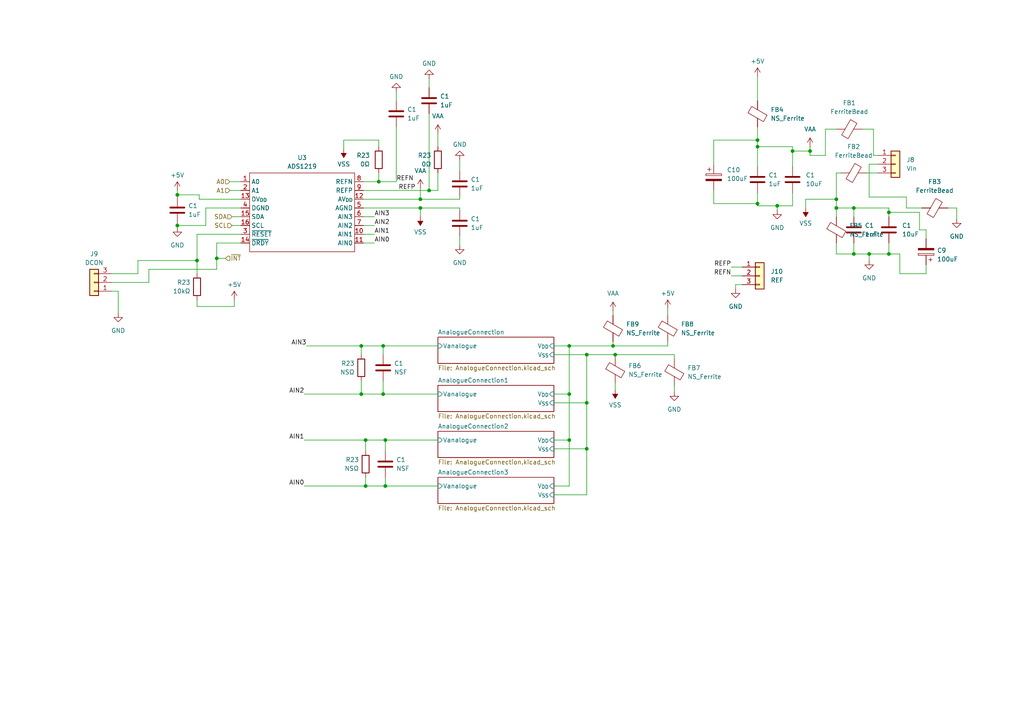
<source format=kicad_sch>
(kicad_sch (version 20230121) (generator eeschema)
  (paper "A4")
  (lib_symbols
    (symbol "ACD_I2C:ADS1219"
      (property "Reference" "U" (at 0 0 0))
      (property "Value" "ADS1219" (at 0 -2.54 0))
      (symbol "ADS1219_0_1"
        (rectangle (start -15.24 10.16) (end 15.24 -12.7))
      )
      (symbol "ADS1219_1_1"
        (pin input line (at -17.78 7.62 0) (length 2.54) (name "A0") (number "1"))
        (pin input line (at 17.78 -7.62 180) (length 2.54) (name "AIN1") (number "10"))
        (pin input line (at 17.78 -10.16 180) (length 2.54) (name "AIN0") (number "11"))
        (pin input line (at 17.78 2.54 180) (length 2.54) (name "AV_{DD}") (number "12"))
        (pin input line (at -17.78 2.54 0) (length 2.54) (name "DV_{DD}") (number "13"))
        (pin input line (at -17.78 -10.16 0) (length 2.54) (name "~{DRDY}") (number "14"))
        (pin input line (at -17.78 -2.54 0) (length 2.54) (name "SDA") (number "15"))
        (pin input line (at -17.78 -5.08 0) (length 2.54) (name "SCL") (number "16"))
        (pin input line (at -17.78 5.08 0) (length 2.54) (name "A1") (number "2"))
        (pin input line (at -17.78 -7.62 0) (length 2.54) (name "~{RESET}") (number "3"))
        (pin input line (at -17.78 0 0) (length 2.54) (name "DGND") (number "4"))
        (pin input line (at 17.78 0 180) (length 2.54) (name "AGND") (number "5"))
        (pin input line (at 17.78 -2.54 180) (length 2.54) (name "AIN3") (number "6"))
        (pin input line (at 17.78 -5.08 180) (length 2.54) (name "AIN2") (number "7"))
        (pin input line (at 17.78 7.62 180) (length 2.54) (name "REFN") (number "8"))
        (pin input line (at 17.78 5.08 180) (length 2.54) (name "REFP") (number "9"))
      )
    )
    (symbol "Connector_Generic:Conn_01x03" (pin_names (offset 1.016) hide)
      (property "Reference" "J" (at 0 5.08 0))
      (property "Value" "Conn_01x03" (at 0 -5.08 0))
      (symbol "Conn_01x03_1_1"
        (rectangle (start -1.27 -2.413) (end 0 -2.667) (stroke (width 0.1524)))
        (rectangle (start -1.27 0.127) (end 0 -0.127) (stroke (width 0.1524)))
        (rectangle (start -1.27 2.667) (end 0 2.413) (stroke (width 0.1524)))
        (rectangle (start -1.27 3.81) (end 1.27 -3.81) (stroke (width 0.254)) (fill (type background)))
        (pin passive line (at -5.08 2.54 0) (length 3.81) (name "Pin_1") (number "1"))
        (pin passive line (at -5.08 0 0) (length 3.81) (name "Pin_2") (number "2"))
        (pin passive line (at -5.08 -2.54 0) (length 3.81) (name "Pin_3") (number "3"))
      )
    )
    (symbol "Device:C" (pin_numbers hide) (pin_names (offset 0.254))
      (property "Reference" "C" (at 0.635 2.54 0))
      (property "Value" "C" (at 0.635 -2.54 0))
      (symbol "C_0_1"
        (polyline (pts (xy -2.032 -0.762) (xy 2.032 -0.762)) (stroke (width 0.508)))
        (polyline (pts (xy -2.032 0.762) (xy 2.032 0.762)) (stroke (width 0.508)))
      )
      (symbol "C_1_1"
        (pin passive line (at 0 3.81 270) (length 2.794) (name "~") (number "1"))
        (pin passive line (at 0 -3.81 90) (length 2.794) (name "~") (number "2"))
      )
    )
    (symbol "Device:C_Polarized" (pin_numbers hide) (pin_names (offset 0.254))
      (property "Reference" "C" (at 0.635 2.54 0))
      (property "Value" "C_Polarized" (at 0.635 -2.54 0))
      (symbol "C_Polarized_0_1"
        (rectangle (start -2.286 0.508) (end 2.286 1.016))
        (polyline (pts (xy -1.778 2.286) (xy -0.762 2.286)))
        (polyline (pts (xy -1.27 2.794) (xy -1.27 1.778)))
        (rectangle (start 2.286 -0.508) (end -2.286 -1.016) (fill (type outline)))
      )
      (symbol "C_Polarized_1_1"
        (pin passive line (at 0 3.81 270) (length 2.794) (name "~") (number "1"))
        (pin passive line (at 0 -3.81 90) (length 2.794) (name "~") (number "2"))
      )
    )
    (symbol "Device:FerriteBead" (pin_numbers hide) (pin_names (offset 0))
      (property "Reference" "FB" (at -3.81 0.635 90))
      (property "Value" "FerriteBead" (at 3.81 0 90))
      (symbol "FerriteBead_0_1"
        (polyline (pts (xy 0 -1.27) (xy 0 -1.2192)))
        (polyline (pts (xy 0 1.27) (xy 0 1.2954)))
        (polyline (pts (xy -2.7686 0.4064) (xy -1.7018 2.2606) (xy 2.7686 -0.3048) (xy 1.6764 -2.159) (xy -2.7686 0.4064)))
      )
      (symbol "FerriteBead_1_1"
        (pin passive line (at 0 3.81 270) (length 2.54) (name "~") (number "1"))
        (pin passive line (at 0 -3.81 90) (length 2.54) (name "~") (number "2"))
      )
    )
    (symbol "Device:R" (pin_numbers hide) (pin_names (offset 0))
      (property "Reference" "R" (at 2.032 0 90))
      (property "Value" "R" (at 0 0 90))
      (symbol "R_0_1"
        (rectangle (start -1.016 -2.54) (end 1.016 2.54) (stroke (width 0.254)))
      )
      (symbol "R_1_1"
        (pin passive line (at 0 3.81 270) (length 1.27) (name "~") (number "1"))
        (pin passive line (at 0 -3.81 90) (length 1.27) (name "~") (number "2"))
      )
    )
    (symbol "power:+5V" (power) (pin_names (offset 0))
      (property "Value" "+5V" (at 0 3.556 0))
      (symbol "+5V_0_1"
        (polyline (pts (xy -0.762 1.27) (xy 0 2.54)))
        (polyline (pts (xy 0 0) (xy 0 2.54)))
        (polyline (pts (xy 0 2.54) (xy 0.762 1.27)))
      )
      (symbol "+5V_1_1"
        (pin power_in line (at 0 0 90) (length 0) hide (name "+5V") (number "1"))
      )
    )
    (symbol "power:GND" (power) (pin_names (offset 0))
      (property "Value" "GND" (at 0 -3.81 0))
      (symbol "GND_0_1"
        (polyline (pts (xy 0 0) (xy 0 -1.27) (xy 1.27 -1.27) (xy 0 -2.54) (xy -1.27 -1.27) (xy 0 -1.27)))
      )
      (symbol "GND_1_1"
        (pin power_in line (at 0 0 270) (length 0) hide (name "GND") (number "1"))
      )
    )
    (symbol "power:VAA" (power) (pin_names (offset 0))
      (property "Value" "VAA" (at 0 3.81 0))
      (symbol "VAA_0_1"
        (polyline (pts (xy -0.762 1.27) (xy 0 2.54)))
        (polyline (pts (xy 0 0) (xy 0 2.54)))
        (polyline (pts (xy 0 2.54) (xy 0.762 1.27)))
      )
      (symbol "VAA_1_1"
        (pin power_in line (at 0 0 90) (length 0) hide (name "VAA") (number "1"))
      )
    )
    (symbol "power:VSS" (power) (pin_names (offset 0))
      (property "Value" "VSS" (at 0 3.81 0))
      (symbol "VSS_0_1"
        (polyline (pts (xy 0 0) (xy 0 2.54)))
        (polyline (pts (xy 0.762 1.27) (xy -0.762 1.27) (xy 0 2.54) (xy 0.762 1.27)) (fill (type outline)))
      )
      (symbol "VSS_1_1"
        (pin power_in line (at 0 0 90) (length 0) hide (name "VSS") (number "1"))
      )
    )
  )
  (junction (at 252.095 73.66))
  (junction (at 219.71 42.545))
  (junction (at 225.425 59.69))
  (junction (at 121.92 57.785))
  (junction (at 62.865 74.93))
  (junction (at 124.46 55.245))
  (junction (at 165.1 114.3))
  (junction (at 257.81 73.66))
  (junction (at 111.125 114.3))
  (junction (at 170.18 130.175))
  (junction (at 57.15 75.565))
  (junction (at 170.18 116.84))
  (junction (at 111.76 140.97))
  (junction (at 106.045 127.635))
  (junction (at 177.8 100.33))
  (junction (at 109.855 52.705))
  (junction (at 229.87 43.815))
  (junction (at 121.92 60.325))
  (junction (at 242.57 60.325))
  (junction (at 51.435 65.405))
  (junction (at 257.81 61.595))
  (junction (at 170.18 102.87))
  (junction (at 51.435 56.515))
  (junction (at 165.1 100.33))
  (junction (at 234.95 43.815))
  (junction (at 219.71 59.055))
  (junction (at 242.57 57.785))
  (junction (at 178.435 102.87))
  (junction (at 247.65 60.325))
  (junction (at 219.71 40.64))
  (junction (at 104.775 114.3))
  (junction (at 247.65 73.66))
  (junction (at 111.125 100.33))
  (junction (at 111.76 127.635))
  (junction (at 106.045 140.97))
  (junction (at 165.1 127.635))
  (junction (at 104.775 100.33))
  (wire (pts (xy 160.655 143.51) (xy 170.18 143.51)))
  (wire (pts (xy 242.57 57.785) (xy 242.57 60.325)))
  (wire (pts (xy 254.635 45.085) (xy 253.365 45.085)))
  (wire (pts (xy 219.71 42.545) (xy 219.71 48.26)))
  (wire (pts (xy 66.675 52.705) (xy 69.85 52.705)))
  (wire (pts (xy 111.125 114.3) (xy 127 114.3)))
  (wire (pts (xy 225.425 59.69) (xy 225.425 60.96)))
  (wire (pts (xy 229.87 43.815) (xy 229.87 48.26)))
  (wire (pts (xy 247.65 60.325) (xy 247.65 62.865)))
  (wire (pts (xy 219.71 42.545) (xy 229.87 42.545)))
  (wire (pts (xy 105.41 60.325) (xy 121.92 60.325)))
  (wire (pts (xy 40.005 79.375) (xy 40.005 75.565)))
  (wire (pts (xy 170.18 102.87) (xy 178.435 102.87)))
  (wire (pts (xy 88.265 140.97) (xy 106.045 140.97)))
  (wire (pts (xy 219.71 36.83) (xy 219.71 40.64)))
  (wire (pts (xy 242.57 60.325) (xy 247.65 60.325)))
  (wire (pts (xy 121.92 60.325) (xy 121.92 62.865)))
  (wire (pts (xy 67.945 86.995) (xy 67.945 88.9)))
  (wire (pts (xy 219.71 22.225) (xy 219.71 29.21)))
  (wire (pts (xy 105.41 67.945) (xy 108.585 67.945)))
  (wire (pts (xy 66.675 55.245) (xy 69.85 55.245)))
  (wire (pts (xy 57.15 79.375) (xy 57.15 75.565)))
  (wire (pts (xy 51.435 65.405) (xy 59.69 65.405)))
  (wire (pts (xy 57.785 56.515) (xy 57.785 57.785)))
  (wire (pts (xy 268.605 79.375) (xy 260.985 79.375)))
  (wire (pts (xy 266.7 66.675) (xy 268.605 66.675)))
  (wire (pts (xy 219.71 59.69) (xy 225.425 59.69)))
  (wire (pts (xy 242.57 50.165) (xy 242.57 57.785)))
  (wire (pts (xy 252.095 47.625) (xy 252.095 57.15)))
  (wire (pts (xy 62.865 70.485) (xy 69.85 70.485)))
  (wire (pts (xy 242.57 73.66) (xy 247.65 73.66)))
  (wire (pts (xy 253.365 45.085) (xy 253.365 37.465)))
  (wire (pts (xy 111.76 127.635) (xy 127 127.635)))
  (wire (pts (xy 242.57 70.485) (xy 242.57 73.66)))
  (wire (pts (xy 43.18 78.105) (xy 43.18 81.915)))
  (wire (pts (xy 242.57 50.165) (xy 243.84 50.165)))
  (wire (pts (xy 88.265 127.635) (xy 106.045 127.635)))
  (wire (pts (xy 207.01 47.625) (xy 207.01 40.64)))
  (wire (pts (xy 165.1 100.33) (xy 177.8 100.33)))
  (wire (pts (xy 62.865 74.93) (xy 65.405 74.93)))
  (wire (pts (xy 57.15 88.9) (xy 67.945 88.9)))
  (wire (pts (xy 178.435 102.87) (xy 178.435 103.505)))
  (wire (pts (xy 274.955 60.325) (xy 277.495 60.325)))
  (wire (pts (xy 105.41 55.245) (xy 124.46 55.245)))
  (wire (pts (xy 165.1 100.33) (xy 165.1 114.3)))
  (wire (pts (xy 165.1 127.635) (xy 160.655 127.635)))
  (wire (pts (xy 247.65 73.66) (xy 252.095 73.66)))
  (wire (pts (xy 57.785 57.785) (xy 69.85 57.785)))
  (wire (pts (xy 127 50.165) (xy 127 55.245)))
  (wire (pts (xy 51.435 56.515) (xy 57.785 56.515)))
  (wire (pts (xy 252.095 73.66) (xy 252.095 75.565)))
  (wire (pts (xy 234.95 42.545) (xy 234.95 43.815)))
  (wire (pts (xy 114.935 36.83) (xy 114.935 52.705)))
  (wire (pts (xy 247.65 60.325) (xy 257.81 60.325)))
  (wire (pts (xy 111.76 127.635) (xy 111.76 130.81)))
  (wire (pts (xy 229.87 55.88) (xy 229.87 59.69)))
  (wire (pts (xy 213.36 83.82) (xy 213.36 82.55)))
  (wire (pts (xy 165.1 114.3) (xy 165.1 127.635)))
  (wire (pts (xy 106.045 140.97) (xy 111.76 140.97)))
  (wire (pts (xy 207.01 55.245) (xy 207.01 59.055)))
  (wire (pts (xy 233.68 60.325) (xy 233.68 57.785)))
  (wire (pts (xy 121.92 60.325) (xy 133.35 60.325)))
  (wire (pts (xy 57.15 88.9) (xy 57.15 86.995)))
  (wire (pts (xy 99.695 40.64) (xy 109.855 40.64)))
  (wire (pts (xy 62.865 78.105) (xy 43.18 78.105)))
  (wire (pts (xy 257.81 73.66) (xy 257.81 70.485)))
  (wire (pts (xy 207.01 59.055) (xy 219.71 59.055)))
  (wire (pts (xy 252.095 73.66) (xy 257.81 73.66)))
  (wire (pts (xy 121.92 57.785) (xy 121.92 54.61)))
  (wire (pts (xy 266.7 61.595) (xy 266.7 66.675)))
  (wire (pts (xy 233.68 57.785) (xy 242.57 57.785)))
  (wire (pts (xy 133.35 57.785) (xy 133.35 57.15)))
  (wire (pts (xy 234.95 43.815) (xy 234.95 45.085)))
  (wire (pts (xy 105.41 52.705) (xy 109.855 52.705)))
  (wire (pts (xy 106.045 127.635) (xy 111.76 127.635)))
  (wire (pts (xy 177.8 90.17) (xy 177.8 91.44)))
  (wire (pts (xy 242.57 37.465) (xy 239.395 37.465)))
  (wire (pts (xy 262.89 57.15) (xy 262.89 60.325)))
  (wire (pts (xy 229.87 42.545) (xy 229.87 43.815)))
  (wire (pts (xy 127 38.735) (xy 127 42.545)))
  (wire (pts (xy 254.635 47.625) (xy 252.095 47.625)))
  (wire (pts (xy 170.18 130.175) (xy 170.18 116.84)))
  (wire (pts (xy 195.58 102.87) (xy 195.58 104.14)))
  (wire (pts (xy 59.69 60.325) (xy 69.85 60.325)))
  (wire (pts (xy 229.87 43.815) (xy 234.95 43.815)))
  (wire (pts (xy 105.41 57.785) (xy 121.92 57.785)))
  (wire (pts (xy 32.385 79.375) (xy 40.005 79.375)))
  (wire (pts (xy 225.425 59.69) (xy 229.87 59.69)))
  (wire (pts (xy 104.775 100.33) (xy 104.775 102.87)))
  (wire (pts (xy 260.985 79.375) (xy 260.985 73.66)))
  (wire (pts (xy 111.125 100.33) (xy 127 100.33)))
  (wire (pts (xy 106.045 127.635) (xy 106.045 130.81)))
  (wire (pts (xy 257.81 73.66) (xy 260.985 73.66)))
  (wire (pts (xy 67.31 62.865) (xy 69.85 62.865)))
  (wire (pts (xy 57.15 75.565) (xy 57.15 67.945)))
  (wire (pts (xy 239.395 45.085) (xy 234.95 45.085)))
  (wire (pts (xy 51.435 56.515) (xy 51.435 57.15)))
  (wire (pts (xy 88.265 114.3) (xy 104.775 114.3)))
  (wire (pts (xy 212.09 77.47) (xy 215.265 77.47)))
  (wire (pts (xy 252.095 57.15) (xy 262.89 57.15)))
  (wire (pts (xy 32.385 84.455) (xy 34.29 84.455)))
  (wire (pts (xy 40.005 75.565) (xy 57.15 75.565)))
  (wire (pts (xy 239.395 37.465) (xy 239.395 45.085)))
  (wire (pts (xy 124.46 22.86) (xy 124.46 25.4)))
  (wire (pts (xy 212.09 80.01) (xy 215.265 80.01)))
  (wire (pts (xy 160.655 102.87) (xy 170.18 102.87)))
  (wire (pts (xy 99.695 43.18) (xy 99.695 40.64)))
  (wire (pts (xy 253.365 37.465) (xy 250.19 37.465)))
  (wire (pts (xy 109.855 52.705) (xy 114.935 52.705)))
  (wire (pts (xy 51.435 55.245) (xy 51.435 56.515)))
  (wire (pts (xy 219.71 40.64) (xy 219.71 42.545)))
  (wire (pts (xy 177.8 100.33) (xy 193.675 100.33)))
  (wire (pts (xy 213.36 82.55) (xy 215.265 82.55)))
  (wire (pts (xy 111.76 140.97) (xy 127 140.97)))
  (wire (pts (xy 165.1 114.3) (xy 160.655 114.3)))
  (wire (pts (xy 207.01 40.64) (xy 219.71 40.64)))
  (wire (pts (xy 165.1 127.635) (xy 165.1 140.97)))
  (wire (pts (xy 34.29 84.455) (xy 34.29 90.805)))
  (wire (pts (xy 219.71 59.055) (xy 219.71 59.69)))
  (wire (pts (xy 219.71 55.88) (xy 219.71 59.055)))
  (wire (pts (xy 268.605 66.675) (xy 268.605 69.215)))
  (wire (pts (xy 104.775 100.33) (xy 111.125 100.33)))
  (wire (pts (xy 104.775 110.49) (xy 104.775 114.3)))
  (wire (pts (xy 124.46 33.02) (xy 124.46 55.245)))
  (wire (pts (xy 257.81 61.595) (xy 257.81 62.865)))
  (wire (pts (xy 242.57 60.325) (xy 242.57 62.865)))
  (wire (pts (xy 51.435 64.77) (xy 51.435 65.405)))
  (wire (pts (xy 257.81 61.595) (xy 266.7 61.595)))
  (wire (pts (xy 178.435 102.87) (xy 195.58 102.87)))
  (wire (pts (xy 104.775 114.3) (xy 111.125 114.3)))
  (wire (pts (xy 62.865 74.93) (xy 62.865 70.485)))
  (wire (pts (xy 105.41 62.865) (xy 108.585 62.865)))
  (wire (pts (xy 111.125 110.49) (xy 111.125 114.3)))
  (wire (pts (xy 160.655 130.175) (xy 170.18 130.175)))
  (wire (pts (xy 165.1 140.97) (xy 160.655 140.97)))
  (wire (pts (xy 105.41 65.405) (xy 108.585 65.405)))
  (wire (pts (xy 106.045 138.43) (xy 106.045 140.97)))
  (wire (pts (xy 257.81 60.325) (xy 257.81 61.595)))
  (wire (pts (xy 32.385 81.915) (xy 43.18 81.915)))
  (wire (pts (xy 170.18 116.84) (xy 170.18 102.87)))
  (wire (pts (xy 170.18 143.51) (xy 170.18 130.175)))
  (wire (pts (xy 51.435 65.405) (xy 51.435 66.04)))
  (wire (pts (xy 268.605 76.835) (xy 268.605 79.375)))
  (wire (pts (xy 160.655 116.84) (xy 170.18 116.84)))
  (wire (pts (xy 109.855 50.165) (xy 109.855 52.705)))
  (wire (pts (xy 177.8 100.33) (xy 177.8 99.06)))
  (wire (pts (xy 160.655 100.33) (xy 165.1 100.33)))
  (wire (pts (xy 67.31 65.405) (xy 69.85 65.405)))
  (wire (pts (xy 133.35 68.58) (xy 133.35 71.12)))
  (wire (pts (xy 195.58 111.76) (xy 195.58 113.665)))
  (wire (pts (xy 88.9 100.33) (xy 104.775 100.33)))
  (wire (pts (xy 178.435 111.125) (xy 178.435 113.03)))
  (wire (pts (xy 62.865 78.105) (xy 62.865 74.93)))
  (wire (pts (xy 124.46 55.245) (xy 127 55.245)))
  (wire (pts (xy 57.15 67.945) (xy 69.85 67.945)))
  (wire (pts (xy 59.69 65.405) (xy 59.69 60.325)))
  (wire (pts (xy 193.675 89.535) (xy 193.675 91.44)))
  (wire (pts (xy 121.92 57.785) (xy 133.35 57.785)))
  (wire (pts (xy 133.35 46.355) (xy 133.35 49.53)))
  (wire (pts (xy 105.41 70.485) (xy 108.585 70.485)))
  (wire (pts (xy 114.935 26.67) (xy 114.935 29.21)))
  (wire (pts (xy 262.89 60.325) (xy 267.335 60.325)))
  (wire (pts (xy 277.495 60.325) (xy 277.495 63.5)))
  (wire (pts (xy 193.675 100.33) (xy 193.675 99.06)))
  (wire (pts (xy 109.855 40.64) (xy 109.855 42.545)))
  (wire (pts (xy 251.46 50.165) (xy 254.635 50.165)))
  (wire (pts (xy 111.125 100.33) (xy 111.125 102.87)))
  (wire (pts (xy 133.35 60.96) (xy 133.35 60.325)))
  (wire (pts (xy 111.76 138.43) (xy 111.76 140.97)))
  (wire (pts (xy 247.65 70.485) (xy 247.65 73.66)))
  (label "REFP" (at 115.57 55.245 0))
  (label "REFN" (at 212.09 80.01 180))
  (label "AIN1" (at 88.265 127.635 180))
  (label "AIN2" (at 88.265 114.3 180))
  (label "REFP" (at 212.09 77.47 180))
  (label "AIN0" (at 88.265 140.97 180))
  (label "AIN2" (at 108.585 65.405 0))
  (label "AIN1" (at 108.585 67.945 0))
  (label "AIN3" (at 88.9 100.33 180))
  (label "REFN" (at 114.935 52.705 0))
  (label "AIN0" (at 108.585 70.485 0))
  (label "AIN3" (at 108.585 62.865 0))
  (hierarchical_label "~{INT}" (shape input) (at 65.405 74.93 0))
  (hierarchical_label "SDA" (shape input) (at 67.31 62.865 180))
  (hierarchical_label "A1" (shape input) (at 66.675 55.245 180))
  (hierarchical_label "A0" (shape input) (at 66.675 52.705 180))
  (hierarchical_label "SCL" (shape input) (at 67.31 65.405 180))
  (symbol (lib_id "ACD_I2C:ADS1219") (at 87.63 60.325 0) (unit 1)
    (property "Reference" "U3" (at 87.63 45.72 0))
    (property "Value" "ADS1219" (at 87.63 48.26 0))
    (property "Footprint" "Package_SO:TSSOP-16_4.4x5mm_P0.65mm" (effects hide))
  )
  (symbol (lib_id "power:+5V") (at 67.945 86.995 0) (unit 1)
    (property "Reference" "#PWR036" (effects hide))
    (property "Value" "+5V" (at 67.945 82.55 0))
  )
  (symbol (lib_id "Device:C_Polarized") (at 207.01 51.435 0) (unit 1)
    (property "Reference" "C10" (at 210.82 49.276 0) (effects (justify left)))
    (property "Value" "100uF" (at 210.82 51.816 0) (effects (justify left)))
    (property "Footprint" "Capacitor_SMD:CP_Elec_8x11.9" (effects hide))
  )
  (symbol (lib_id "Connector_Generic:Conn_01x03") (at 220.345 80.01 0) (unit 1)
    (property "Reference" "J10" (at 223.52 78.74 0) (effects (justify left)))
    (property "Value" "REF" (at 223.52 81.28 0) (effects (justify left)))
    (property "Footprint" "Connector_PinHeader_2.54mm:PinHeader_1x03_P2.54mm_Vertical" (effects hide))
  )
  (symbol (lib_id "power:GND") (at 51.435 66.04 0) (unit 1)
    (property "Reference" "#PWR035" (effects hide))
    (property "Value" "GND" (at 51.435 71.12 0))
  )
  (symbol (lib_id "Device:FerriteBead") (at 246.38 37.465 90) (unit 1)
    (property "Reference" "FB1" (at 246.3292 29.845 90))
    (property "Value" "FerriteBead" (at 246.3292 32.385 90))
    (property "Footprint" "Inductor_SMD:L_0805_2012Metric" (effects hide))
  )
  (symbol (lib_id "power:GND") (at 213.36 83.82 0) (unit 1)
    (property "Reference" "#PWR042" (effects hide))
    (property "Value" "GND" (at 213.36 88.9 0))
  )
  (symbol (lib_id "Device:C") (at 257.81 66.675 0) (unit 1)
    (property "Reference" "C1" (at 261.62 65.405 0) (effects (justify left)))
    (property "Value" "10uF" (at 261.62 67.945 0) (effects (justify left)))
    (property "Footprint" "Capacitor_SMD:C_0805_2012Metric" (effects hide))
    (instances (project "ADS1219Module" (path "" (reference "C1") (unit 1)) (path "" (reference "C3") (unit 1)) (path "" (reference "C6") (unit 1))))
  )
  (symbol (lib_id "Device:C") (at 229.87 52.07 0) (unit 1)
    (property "Reference" "C1" (at 233.68 50.8 0) (effects (justify left)))
    (property "Value" "10uF" (at 233.68 53.34 0) (effects (justify left)))
    (property "Footprint" "Capacitor_SMD:C_0805_2012Metric" (effects hide))
    (instances (project "ADS1219Module" (path "" (reference "C1") (unit 1)) (path "" (reference "C3") (unit 1)) (path "" (reference "C8") (unit 1))))
  )
  (symbol (lib_id "power:VSS") (at 178.435 113.03 180) (unit 1)
    (property "Reference" "#PWR047" (effects hide))
    (property "Value" "VSS" (at 178.435 117.475 0))
  )
  (symbol (lib_id "power:+5V") (at 193.675 89.535 0) (unit 1)
    (property "Reference" "#PWR049" (effects hide))
    (property "Value" "+5V" (at 193.675 85.09 0))
  )
  (symbol (lib_id "power:VAA") (at 121.92 54.61 0) (unit 1)
    (property "Reference" "#PWR031" (effects hide))
    (property "Value" "VAA" (at 121.92 49.53 0))
  )
  (symbol (lib_id "power:VAA") (at 234.95 42.545 0) (unit 1)
    (property "Reference" "#PWR024" (effects hide))
    (property "Value" "VAA" (at 234.95 37.465 0))
  )
  (symbol (lib_id "power:VSS") (at 121.92 62.865 180) (unit 1)
    (property "Reference" "#PWR030" (effects hide))
    (property "Value" "VSS" (at 121.92 67.31 0))
  )
  (symbol (lib_id "Device:R") (at 57.15 83.185 0) (mirror x) (unit 1)
    (property "Reference" "R23" (at 55.245 81.915 0) (effects (justify right)))
    (property "Value" "10kΩ" (at 55.245 84.455 0) (effects (justify right)))
    (property "Footprint" "Resistor_SMD:R_0805_2012Metric" (effects hide))
    (instances (project "ADS1219Module" (path "" (reference "R23") (unit 1)) (path "" (reference "R4") (unit 1)) (path "" (reference "R14") (unit 1))))
  )
  (symbol (lib_id "Device:C") (at 114.935 33.02 0) (unit 1)
    (property "Reference" "C1" (at 118.11 31.75 0) (effects (justify left)))
    (property "Value" "1uF" (at 118.11 34.29 0) (effects (justify left)))
    (property "Footprint" "Capacitor_SMD:C_0805_2012Metric" (effects hide))
    (instances (project "ADS1219Module" (path "" (reference "C1") (unit 1)) (path "" (reference "C3") (unit 1)) (path "" (reference "C14") (unit 1))))
  )
  (symbol (lib_id "Device:C") (at 111.125 106.68 0) (unit 1)
    (property "Reference" "C1" (at 114.3 105.41 0) (effects (justify left)))
    (property "Value" "NSF" (at 114.3 107.95 0) (effects (justify left)))
    (property "Footprint" "Capacitor_SMD:C_0805_2012Metric" (effects hide))
    (instances (project "ADS1219Module" (path "" (reference "C1") (unit 1)) (path "" (reference "C3") (unit 1)) (path "" (reference "C20") (unit 1))))
  )
  (symbol (lib_id "Device:FerriteBead") (at 242.57 66.675 180) (unit 1)
    (property "Reference" "FB5" (at 246.38 65.4558 0) (effects (justify right)))
    (property "Value" "NS_Ferrite" (at 246.38 67.9958 0) (effects (justify right)))
    (property "Footprint" "Inductor_SMD:L_0805_2012Metric" (effects hide))
  )
  (symbol (lib_id "Device:FerriteBead") (at 195.58 107.95 180) (unit 1)
    (property "Reference" "FB7" (at 199.39 106.7308 0) (effects (justify right)))
    (property "Value" "NS_Ferrite" (at 199.39 109.2708 0) (effects (justify right)))
    (property "Footprint" "Inductor_SMD:L_0805_2012Metric" (effects hide))
  )
  (symbol (lib_id "Device:C") (at 124.46 29.21 0) (unit 1)
    (property "Reference" "C1" (at 127.635 27.94 0) (effects (justify left)))
    (property "Value" "1uF" (at 127.635 30.48 0) (effects (justify left)))
    (property "Footprint" "Capacitor_SMD:C_0805_2012Metric" (effects hide))
    (instances (project "ADS1219Module" (path "" (reference "C1") (unit 1)) (path "" (reference "C3") (unit 1)) (path "" (reference "C15") (unit 1))))
  )
  (symbol (lib_id "power:GND") (at 34.29 90.805 0) (unit 1)
    (property "Reference" "#PWR037" (effects hide))
    (property "Value" "GND" (at 34.29 95.885 0))
  )
  (symbol (lib_id "Connector_Generic:Conn_01x03") (at 27.305 81.915 180) (unit 1)
    (property "Reference" "J9" (at 27.305 73.66 0))
    (property "Value" "DCON" (at 27.305 76.2 0))
    (property "Footprint" "Connector_PinHeader_2.54mm:PinHeader_1x03_P2.54mm_Vertical" (effects hide))
  )
  (symbol (lib_id "power:VAA") (at 177.8 90.17 0) (unit 1)
    (property "Reference" "#PWR048" (effects hide))
    (property "Value" "VAA" (at 177.8 85.09 0))
  )
  (symbol (lib_id "Connector_Generic:Conn_01x03") (at 259.715 47.625 0) (unit 1)
    (property "Reference" "J8" (at 262.89 46.355 0) (effects (justify left)))
    (property "Value" "VIn" (at 262.89 48.895 0) (effects (justify left)))
    (property "Footprint" "TerminalBlock:TerminalBlock_bornier-3_P5.08mm" (effects hide))
  )
  (symbol (lib_id "power:VAA") (at 127 38.735 0) (unit 1)
    (property "Reference" "#PWR040" (effects hide))
    (property "Value" "VAA" (at 127 33.655 0))
  )
  (symbol (lib_id "power:GND") (at 133.35 46.355 180) (unit 1)
    (property "Reference" "#PWR032" (effects hide))
    (property "Value" "GND" (at 133.35 41.91 0))
  )
  (symbol (lib_id "Device:C_Polarized") (at 268.605 73.025 180) (unit 1)
    (property "Reference" "C9" (at 271.78 72.644 0) (effects (justify right)))
    (property "Value" "100uF" (at 271.78 75.184 0) (effects (justify right)))
    (property "Footprint" "Capacitor_SMD:CP_Elec_8x11.9" (effects hide))
  )
  (symbol (lib_id "Device:C") (at 111.76 134.62 0) (unit 1)
    (property "Reference" "C1" (at 114.935 133.35 0) (effects (justify left)))
    (property "Value" "NSF" (at 114.935 135.89 0) (effects (justify left)))
    (property "Footprint" "Capacitor_SMD:C_0805_2012Metric" (effects hide))
    (instances (project "ADS1219Module" (path "" (reference "C1") (unit 1)) (path "" (reference "C3") (unit 1)) (path "" (reference "C21") (unit 1))))
  )
  (symbol (lib_id "Device:FerriteBead") (at 271.145 60.325 90) (unit 1)
    (property "Reference" "FB3" (at 271.0942 52.705 90))
    (property "Value" "FerriteBead" (at 271.0942 55.245 90))
    (property "Footprint" "Inductor_SMD:L_0805_2012Metric" (effects hide))
  )
  (symbol (lib_id "Device:R") (at 109.855 46.355 0) (mirror x) (unit 1)
    (property "Reference" "R23" (at 107.315 45.085 0) (effects (justify right)))
    (property "Value" "0Ω" (at 107.315 47.625 0) (effects (justify right)))
    (property "Footprint" "Resistor_SMD:R_0805_2012Metric" (effects hide))
    (instances (project "ADS1219Module" (path "" (reference "R23") (unit 1)) (path "" (reference "R4") (unit 1)) (path "" (reference "R16") (unit 1))))
  )
  (symbol (lib_id "power:GND") (at 133.35 71.12 0) (unit 1)
    (property "Reference" "#PWR033" (effects hide))
    (property "Value" "GND" (at 133.35 76.2 0))
  )
  (symbol (lib_id "Device:FerriteBead") (at 247.65 50.165 90) (unit 1)
    (property "Reference" "FB2" (at 247.5992 42.545 90))
    (property "Value" "FerriteBead" (at 247.5992 45.085 90))
    (property "Footprint" "Inductor_SMD:L_0805_2012Metric" (effects hide))
  )
  (symbol (lib_id "power:GND") (at 277.495 63.5 0) (unit 1)
    (property "Reference" "#PWR027" (effects hide))
    (property "Value" "GND" (at 277.495 68.58 0))
  )
  (symbol (lib_id "power:GND") (at 225.425 60.96 0) (unit 1)
    (property "Reference" "#PWR029" (effects hide))
    (property "Value" "GND" (at 225.425 66.04 0))
  )
  (symbol (lib_id "power:GND") (at 124.46 22.86 180) (unit 1)
    (property "Reference" "#PWR041" (effects hide))
    (property "Value" "GND" (at 124.46 18.415 0))
  )
  (symbol (lib_id "Device:C") (at 133.35 53.34 0) (unit 1)
    (property "Reference" "C1" (at 136.525 52.07 0) (effects (justify left)))
    (property "Value" "1uF" (at 136.525 54.61 0) (effects (justify left)))
    (property "Footprint" "Capacitor_SMD:C_0805_2012Metric" (effects hide))
    (instances (project "ADS1219Module" (path "" (reference "C1") (unit 1)) (path "" (reference "C3") (unit 1)) (path "" (reference "C11") (unit 1))))
  )
  (symbol (lib_id "power:+5V") (at 51.435 55.245 0) (unit 1)
    (property "Reference" "#PWR034" (effects hide))
    (property "Value" "+5V" (at 51.435 50.8 0))
  )
  (symbol (lib_id "Device:FerriteBead") (at 193.675 95.25 180) (unit 1)
    (property "Reference" "FB8" (at 197.485 94.0308 0) (effects (justify right)))
    (property "Value" "NS_Ferrite" (at 197.485 96.5708 0) (effects (justify right)))
    (property "Footprint" "Inductor_SMD:L_0805_2012Metric" (effects hide))
  )
  (symbol (lib_id "Device:C") (at 219.71 52.07 0) (unit 1)
    (property "Reference" "C1" (at 222.885 50.8 0) (effects (justify left)))
    (property "Value" "1uF" (at 222.885 53.34 0) (effects (justify left)))
    (property "Footprint" "Capacitor_SMD:C_0805_2012Metric" (effects hide))
    (instances (project "ADS1219Module" (path "" (reference "C1") (unit 1)) (path "" (reference "C3") (unit 1)) (path "" (reference "C7") (unit 1))))
  )
  (symbol (lib_id "power:GND") (at 114.935 26.67 180) (unit 1)
    (property "Reference" "#PWR039" (effects hide))
    (property "Value" "GND" (at 114.935 22.225 0))
  )
  (symbol (lib_id "power:+5V") (at 219.71 22.225 0) (unit 1)
    (property "Reference" "#PWR028" (effects hide))
    (property "Value" "+5V" (at 219.71 17.78 0))
  )
  (symbol (lib_id "power:GND") (at 195.58 113.665 0) (unit 1)
    (property "Reference" "#PWR050" (effects hide))
    (property "Value" "GND" (at 195.58 118.745 0))
  )
  (symbol (lib_id "power:GND") (at 252.095 75.565 0) (unit 1)
    (property "Reference" "#PWR026" (effects hide))
    (property "Value" "GND" (at 252.095 80.645 0))
  )
  (symbol (lib_id "power:VSS") (at 233.68 60.325 180) (unit 1)
    (property "Reference" "#PWR025" (effects hide))
    (property "Value" "VSS" (at 233.68 64.77 0))
  )
  (symbol (lib_id "Device:C") (at 51.435 60.96 0) (unit 1)
    (property "Reference" "C1" (at 54.61 59.69 0) (effects (justify left)))
    (property "Value" "1uF" (at 54.61 62.23 0) (effects (justify left)))
    (property "Footprint" "Capacitor_SMD:C_0805_2012Metric" (effects hide))
    (instances (project "ADS1219Module" (path "" (reference "C1") (unit 1)) (path "" (reference "C3") (unit 1)) (path "" (reference "C13") (unit 1))))
  )
  (symbol (lib_id "power:VSS") (at 99.695 43.18 180) (unit 1)
    (property "Reference" "#PWR038" (effects hide))
    (property "Value" "VSS" (at 99.695 47.625 0))
  )
  (symbol (lib_id "Device:FerriteBead") (at 219.71 33.02 180) (unit 1)
    (property "Reference" "FB4" (at 223.52 31.8008 0) (effects (justify right)))
    (property "Value" "NS_Ferrite" (at 223.52 34.3408 0) (effects (justify right)))
    (property "Footprint" "Inductor_SMD:L_0805_2012Metric" (effects hide))
  )
  (symbol (lib_id "Device:C") (at 247.65 66.675 0) (unit 1)
    (property "Reference" "C1" (at 250.825 65.405 0) (effects (justify left)))
    (property "Value" "1uF" (at 250.825 67.945 0) (effects (justify left)))
    (property "Footprint" "Capacitor_SMD:C_0805_2012Metric" (effects hide))
    (instances (project "ADS1219Module" (path "" (reference "C1") (unit 1)) (path "" (reference "C3") (unit 1)) (path "" (reference "C5") (unit 1))))
  )
  (symbol (lib_id "Device:R") (at 106.045 134.62 0) (mirror x) (unit 1)
    (property "Reference" "R23" (at 104.14 133.35 0) (effects (justify right)))
    (property "Value" "NSΩ" (at 104.14 135.89 0) (effects (justify right)))
    (property "Footprint" "Resistor_SMD:R_0805_2012Metric" (effects hide))
    (instances (project "ADS1219Module" (path "" (reference "R23") (unit 1)) (path "" (reference "R4") (unit 1)) (path "" (reference "R31") (unit 1))))
  )
  (symbol (lib_id "Device:FerriteBead") (at 178.435 107.315 180) (unit 1)
    (property "Reference" "FB6" (at 182.245 106.0958 0) (effects (justify right)))
    (property "Value" "NS_Ferrite" (at 182.245 108.6358 0) (effects (justify right)))
    (property "Footprint" "Inductor_SMD:L_0805_2012Metric" (effects hide))
  )
  (symbol (lib_id "Device:R") (at 127 46.355 0) (mirror x) (unit 1)
    (property "Reference" "R23" (at 125.095 45.085 0) (effects (justify right)))
    (property "Value" "0Ω" (at 125.095 47.625 0) (effects (justify right)))
    (property "Footprint" "Resistor_SMD:R_0805_2012Metric" (effects hide))
    (instances (project "ADS1219Module" (path "" (reference "R23") (unit 1)) (path "" (reference "R4") (unit 1)) (path "" (reference "R18") (unit 1))))
  )
  (symbol (lib_id "Device:C") (at 133.35 64.77 0) (unit 1)
    (property "Reference" "C1" (at 136.525 63.5 0) (effects (justify left)))
    (property "Value" "1uF" (at 136.525 66.04 0) (effects (justify left)))
    (property "Footprint" "Capacitor_SMD:C_0805_2012Metric" (effects hide))
    (instances (project "ADS1219Module" (path "" (reference "C1") (unit 1)) (path "" (reference "C3") (unit 1)) (path "" (reference "C12") (unit 1))))
  )
  (symbol (lib_id "Device:FerriteBead") (at 177.8 95.25 180) (unit 1)
    (property "Reference" "FB9" (at 181.61 94.0308 0) (effects (justify right)))
    (property "Value" "NS_Ferrite" (at 181.61 96.5708 0) (effects (justify right)))
    (property "Footprint" "Inductor_SMD:L_0805_2012Metric" (effects hide))
  )
  (symbol (lib_id "Device:R") (at 104.775 106.68 0) (mirror x) (unit 1)
    (property "Reference" "R23" (at 102.87 105.41 0) (effects (justify right)))
    (property "Value" "NSΩ" (at 102.87 107.95 0) (effects (justify right)))
    (property "Footprint" "Resistor_SMD:R_0805_2012Metric" (effects hide))
    (instances (project "ADS1219Module" (path "" (reference "R23") (unit 1)) (path "" (reference "R4") (unit 1)) (path "" (reference "R30") (unit 1))))
  )
  (sheet (at 127 138.43) (size 33.655 7.62) (stroke (width 0.1524))
    (property "Sheetname" "AnalogueConnection3" (at 127 137.7184 0) (effects (justify left bottom)))
    (property "Sheetfile" "AnalogueConnection.kicad_sch" (at 127 146.6346 0) (effects (justify left top)))
    (pin "V_{SS}" input (at 160.655 143.51 0))
    (pin "V_{DD}" input (at 160.655 140.97 0))
    (pin "Vanalogue" input (at 127 140.97 180))
  )
  (sheet (at 127 111.76) (size 33.655 7.62) (stroke (width 0.1524))
    (property "Sheetname" "AnalogueConnection1" (at 127 111.0484 0) (effects (justify left bottom)))
    (property "Sheetfile" "AnalogueConnection.kicad_sch" (at 127 119.9646 0) (effects (justify left top)))
    (pin "V_{SS}" input (at 160.655 116.84 0))
    (pin "V_{DD}" input (at 160.655 114.3 0))
    (pin "Vanalogue" input (at 127 114.3 180))
  )
  (sheet (at 127 97.79) (size 33.655 7.62) (stroke (width 0.1524))
    (property "Sheetname" "AnalogueConnection" (at 127 97.0784 0) (effects (justify left bottom)))
    (property "Sheetfile" "AnalogueConnection.kicad_sch" (at 127 105.9946 0) (effects (justify left top)))
    (pin "V_{SS}" input (at 160.655 102.87 0))
    (pin "V_{DD}" input (at 160.655 100.33 0))
    (pin "Vanalogue" input (at 127 100.33 180))
  )
  (sheet (at 127 125.095) (size 33.655 7.62) (stroke (width 0.1524))
    (property "Sheetname" "AnalogueConnection2" (at 127 124.3834 0) (effects (justify left bottom)))
    (property "Sheetfile" "AnalogueConnection.kicad_sch" (at 127 133.2996 0) (effects (justify left top)))
    (pin "V_{SS}" input (at 160.655 130.175 0))
    (pin "V_{DD}" input (at 160.655 127.635 0))
    (pin "Vanalogue" input (at 127 127.635 180))
  )
)
</source>
